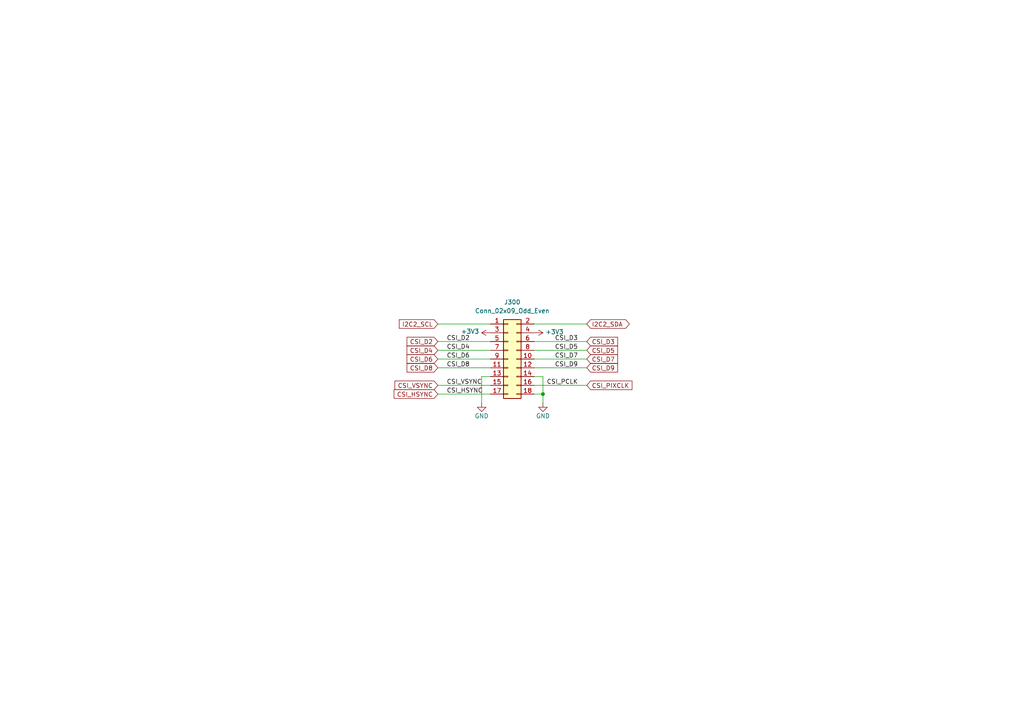
<source format=kicad_sch>
(kicad_sch (version 20211123) (generator eeschema)
  (paper "A4")
  (lib_symbols
    (symbol "Connector_Generic:Conn_02x09_Odd_Even" (pin_names (offset 1.016) hide)
      (property "Reference" "J" (at 1.27 12.7 0))
      (property "Value" "Conn_02x09_Odd_Even" (at 1.27 -12.7 0))
      (symbol "Conn_02x09_Odd_Even_1_1"
        (rectangle (start -1.27 -10.033) (end 0 -10.287) (stroke (width 0.1524)))
        (rectangle (start -1.27 -7.493) (end 0 -7.747) (stroke (width 0.1524)))
        (rectangle (start -1.27 -4.953) (end 0 -5.207) (stroke (width 0.1524)))
        (rectangle (start -1.27 -2.413) (end 0 -2.667) (stroke (width 0.1524)))
        (rectangle (start -1.27 0.127) (end 0 -0.127) (stroke (width 0.1524)))
        (rectangle (start -1.27 2.667) (end 0 2.413) (stroke (width 0.1524)))
        (rectangle (start -1.27 5.207) (end 0 4.953) (stroke (width 0.1524)))
        (rectangle (start -1.27 7.747) (end 0 7.493) (stroke (width 0.1524)))
        (rectangle (start -1.27 10.287) (end 0 10.033) (stroke (width 0.1524)))
        (rectangle (start -1.27 11.43) (end 3.81 -11.43) (stroke (width 0.254)) (fill (type background)))
        (rectangle (start 3.81 -10.033) (end 2.54 -10.287) (stroke (width 0.1524)))
        (rectangle (start 3.81 -7.493) (end 2.54 -7.747) (stroke (width 0.1524)))
        (rectangle (start 3.81 -4.953) (end 2.54 -5.207) (stroke (width 0.1524)))
        (rectangle (start 3.81 -2.413) (end 2.54 -2.667) (stroke (width 0.1524)))
        (rectangle (start 3.81 0.127) (end 2.54 -0.127) (stroke (width 0.1524)))
        (rectangle (start 3.81 2.667) (end 2.54 2.413) (stroke (width 0.1524)))
        (rectangle (start 3.81 5.207) (end 2.54 4.953) (stroke (width 0.1524)))
        (rectangle (start 3.81 7.747) (end 2.54 7.493) (stroke (width 0.1524)))
        (rectangle (start 3.81 10.287) (end 2.54 10.033) (stroke (width 0.1524)))
        (pin passive line (at -5.08 10.16 0) (length 3.81) (name "Pin_1") (number "1"))
        (pin passive line (at 7.62 0 180) (length 3.81) (name "Pin_10") (number "10"))
        (pin passive line (at -5.08 -2.54 0) (length 3.81) (name "Pin_11") (number "11"))
        (pin passive line (at 7.62 -2.54 180) (length 3.81) (name "Pin_12") (number "12"))
        (pin passive line (at -5.08 -5.08 0) (length 3.81) (name "Pin_13") (number "13"))
        (pin passive line (at 7.62 -5.08 180) (length 3.81) (name "Pin_14") (number "14"))
        (pin passive line (at -5.08 -7.62 0) (length 3.81) (name "Pin_15") (number "15"))
        (pin passive line (at 7.62 -7.62 180) (length 3.81) (name "Pin_16") (number "16"))
        (pin passive line (at -5.08 -10.16 0) (length 3.81) (name "Pin_17") (number "17"))
        (pin passive line (at 7.62 -10.16 180) (length 3.81) (name "Pin_18") (number "18"))
        (pin passive line (at 7.62 10.16 180) (length 3.81) (name "Pin_2") (number "2"))
        (pin passive line (at -5.08 7.62 0) (length 3.81) (name "Pin_3") (number "3"))
        (pin passive line (at 7.62 7.62 180) (length 3.81) (name "Pin_4") (number "4"))
        (pin passive line (at -5.08 5.08 0) (length 3.81) (name "Pin_5") (number "5"))
        (pin passive line (at 7.62 5.08 180) (length 3.81) (name "Pin_6") (number "6"))
        (pin passive line (at -5.08 2.54 0) (length 3.81) (name "Pin_7") (number "7"))
        (pin passive line (at 7.62 2.54 180) (length 3.81) (name "Pin_8") (number "8"))
        (pin passive line (at -5.08 0 0) (length 3.81) (name "Pin_9") (number "9"))
      )
    )
    (symbol "power:+3V3" (power) (pin_names (offset 0))
      (property "Value" "+3V3" (at 0 3.556 0))
      (symbol "+3V3_0_1"
        (polyline (pts (xy -0.762 1.27) (xy 0 2.54)))
        (polyline (pts (xy 0 0) (xy 0 2.54)))
        (polyline (pts (xy 0 2.54) (xy 0.762 1.27)))
      )
      (symbol "+3V3_1_1"
        (pin power_in line (at 0 0 90) (length 0) hide (name "+3V3") (number "1"))
      )
    )
    (symbol "power:GND" (power) (pin_names (offset 0))
      (property "Value" "GND" (at 0 -3.81 0))
      (symbol "GND_0_1"
        (polyline (pts (xy 0 0) (xy 0 -1.27) (xy 1.27 -1.27) (xy 0 -2.54) (xy -1.27 -1.27) (xy 0 -1.27)))
      )
      (symbol "GND_1_1"
        (pin power_in line (at 0 0 270) (length 0) hide (name "GND") (number "1"))
      )
    )
  )
  (junction (at 157.48 114.3))
  (wire (pts (xy 170.18 106.68) (xy 154.94 106.68)))
  (wire (pts (xy 127 93.98) (xy 142.24 93.98)))
  (wire (pts (xy 170.18 104.14) (xy 154.94 104.14)))
  (wire (pts (xy 127 111.76) (xy 142.24 111.76)))
  (wire (pts (xy 154.94 114.3) (xy 157.48 114.3)))
  (wire (pts (xy 154.94 101.6) (xy 170.18 101.6)))
  (wire (pts (xy 154.94 109.22) (xy 157.48 109.22)))
  (wire (pts (xy 157.48 109.22) (xy 157.48 114.3)))
  (wire (pts (xy 157.48 114.3) (xy 157.48 116.84)))
  (wire (pts (xy 154.94 93.98) (xy 170.18 93.98)))
  (wire (pts (xy 127 114.3) (xy 142.24 114.3)))
  (wire (pts (xy 170.18 111.76) (xy 154.94 111.76)))
  (wire (pts (xy 127 106.68) (xy 142.24 106.68)))
  (wire (pts (xy 127 104.14) (xy 142.24 104.14)))
  (wire (pts (xy 139.7 109.22) (xy 139.7 116.84)))
  (wire (pts (xy 142.24 109.22) (xy 139.7 109.22)))
  (wire (pts (xy 170.18 99.06) (xy 154.94 99.06)))
  (wire (pts (xy 127 99.06) (xy 142.24 99.06)))
  (wire (pts (xy 127 101.6) (xy 142.24 101.6)))
  (label "CSI_D8" (at 129.54 106.68 0))
  (label "CSI_D9" (at 167.64 106.68 180))
  (label "CSI_PCLK" (at 167.64 111.76 180))
  (label "CSI_VSYNC" (at 129.54 111.76 0))
  (label "CSI_D7" (at 167.64 104.14 180))
  (label "CSI_D6" (at 129.54 104.14 0))
  (label "CSI_D3" (at 167.64 99.06 180))
  (label "CSI_D5" (at 167.64 101.6 180))
  (label "CSI_HSYNC" (at 129.54 114.3 0))
  (label "CSI_D4" (at 129.54 101.6 0))
  (label "CSI_D2" (at 129.54 99.06 0))
  (global_label "CSI_D9" (shape input) (at 170.18 106.68 0) (property "Intersheet References" "${INTERSHEET_REFS}" (effects hide)))
  (global_label "CSI_PIXCLK" (shape input) (at 170.18 111.76 0) (property "Intersheet References" "${INTERSHEET_REFS}" (effects hide)))
  (global_label "CSI_D5" (shape input) (at 170.18 101.6 0) (property "Intersheet References" "${INTERSHEET_REFS}" (effects hide)))
  (global_label "I2C2_SCL" (shape input) (at 127 93.98 180) (property "Intersheet References" "${INTERSHEET_REFS}" (effects hide)))
  (global_label "I2C2_SDA" (shape bidirectional) (at 170.18 93.98 0) (property "Intersheet References" "${INTERSHEET_REFS}" (effects hide)))
  (global_label "CSI_D6" (shape input) (at 127 104.14 180) (property "Intersheet References" "${INTERSHEET_REFS}" (effects hide)))
  (global_label "CSI_HSYNC" (shape input) (at 127 114.3 180) (property "Intersheet References" "${INTERSHEET_REFS}" (effects hide)))
  (global_label "CSI_D7" (shape input) (at 170.18 104.14 0) (property "Intersheet References" "${INTERSHEET_REFS}" (effects hide)))
  (global_label "CSI_D8" (shape input) (at 127 106.68 180) (property "Intersheet References" "${INTERSHEET_REFS}" (effects hide)))
  (global_label "CSI_D4" (shape input) (at 127 101.6 180) (property "Intersheet References" "${INTERSHEET_REFS}" (effects hide)))
  (global_label "CSI_D2" (shape input) (at 127 99.06 180) (property "Intersheet References" "${INTERSHEET_REFS}" (effects hide)))
  (global_label "CSI_VSYNC" (shape input) (at 127 111.76 180) (property "Intersheet References" "${INTERSHEET_REFS}" (effects hide)))
  (global_label "CSI_D3" (shape input) (at 170.18 99.06 0) (property "Intersheet References" "${INTERSHEET_REFS}" (effects hide)))
  (symbol (lib_id "power:GND") (at 139.7 116.84 0) (unit 1)
    (property "Reference" "#PWR0109" (effects hide))
    (property "Value" "GND" (at 139.7 120.65 0))
  )
  (symbol (lib_id "power:+3V3") (at 142.24 96.52 90) (unit 1)
    (property "Reference" "#PWR0108" (effects hide))
    (property "Value" "+3V3" (at 138.9888 96.139 90) (effects (justify left)))
  )
  (symbol (lib_id "power:+3V3") (at 154.94 96.52 270) (unit 1)
    (property "Reference" "#PWR0117" (effects hide))
    (property "Value" "+3V3" (at 158.1912 96.266 90) (effects (justify left)))
  )
  (symbol (lib_id "power:GND") (at 157.48 116.84 0) (unit 1)
    (property "Reference" "#PWR0119" (effects hide))
    (property "Value" "GND" (at 157.48 120.65 0))
  )
  (symbol (lib_id "Connector_Generic:Conn_02x09_Odd_Even") (at 147.32 104.14 0) (unit 1)
    (property "Reference" "J300" (at 148.59 87.63 0))
    (property "Value" "Conn_02x09_Odd_Even" (at 148.59 90.17 0))
    (property "Footprint" "Connector_PinHeader_2.54mm:PinHeader_2x09_P2.54mm_Vertical" (effects hide))
  )
)
</source>
